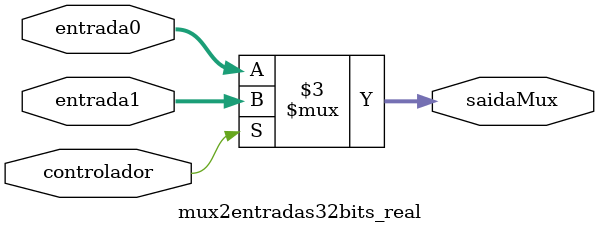
<source format=sv>
module mux2entradas32bits_real (input logic controlador, input logic [31:0] entrada0, entrada1, output logic [31:0] saidaMux );

always @(controlador) begin
		if(controlador) begin
			saidaMux = entrada1;
		end
		else begin
			saidaMux = entrada0;
		end	
	end
endmodule: mux2entradas32bits_real

</source>
